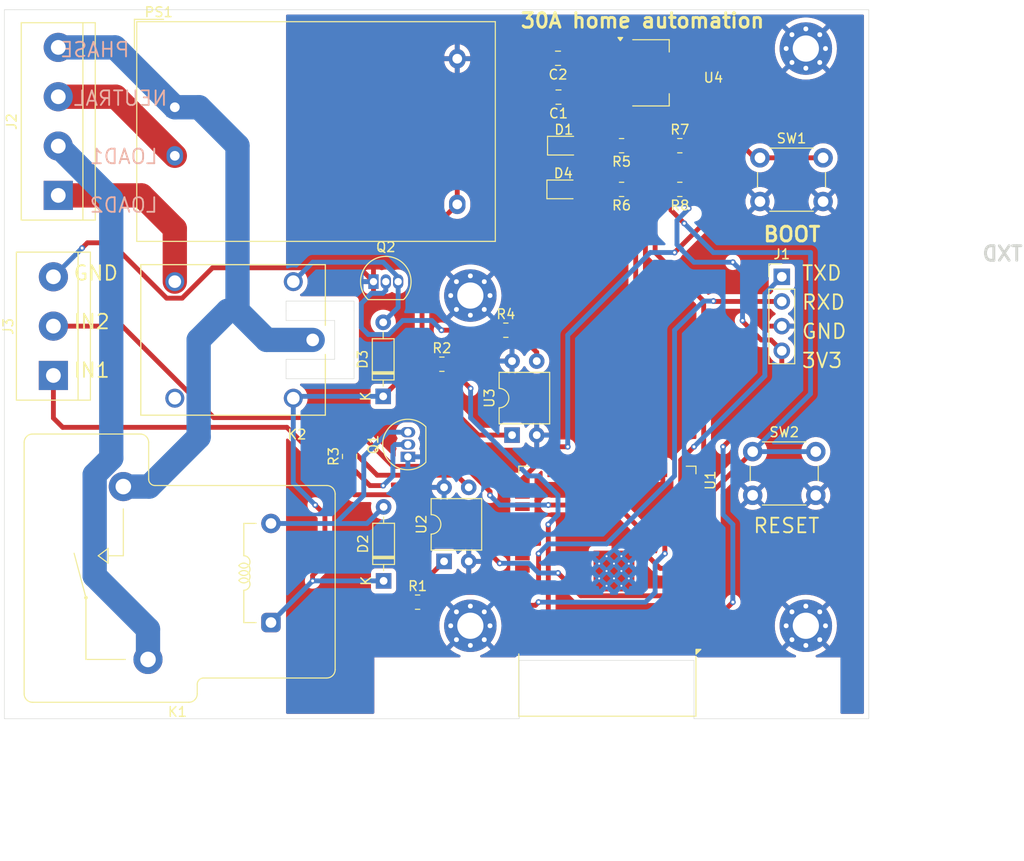
<source format=kicad_pcb>
(kicad_pcb (version 20240108) (generator "pcbnew") (generator_version "8.0")
  (layers (0 "F.Cu" signal) (31 "B.Cu" signal) (34 "B.Paste" user) (35 "F.Paste" user) (36 "B.SilkS" user "B.Silkscreen") (37 "F.SilkS" user "F.Silkscreen") (38 "B.Mask" user) (39 "F.Mask" user) (44 "Edge.Cuts" user))
  (net 0 "")
  (net 1 "GND")
  (net 2 "/5V")
  (net 3 "/3V3")
  (net 4 "Net-(D1-A)")
  (net 5 "Net-(D2-A)")
  (net 6 "Net-(D3-A)")
  (net 7 "Net-(D4-A)")
  (net 8 "/TXD")
  (net 9 "/RXD")
  (net 10 "/L1")
  (net 11 "/P")
  (net 12 "/L2")
  (net 13 "/N")
  (net 14 "/IN2")
  (net 15 "/IN1")
  (net 17 "Net-(Q1-B)")
  (net 18 "Net-(Q2-B)")
  (net 19 "/R1")
  (net 20 "Net-(R1-Pad1)")
  (net 21 "Net-(R2-Pad1)")
  (net 22 "/R2")
  (net 23 "Net-(R3-Pad2)")
  (net 24 "Net-(R4-Pad2)")
  (net 25 "/LED1")
  (net 26 "/LED2")
  (net 27 "/BOOT")
  (net 28 "/EN")
  (footprint "Button_Switch_THT:SW_PUSH_6mm" (layer "F.Cu") (at 177.043109 105.5)
    (property "Reference" "SW2" (at 3.25 -2 0) (layer "F.SilkS"))
    (property "Value" "SW_Push")
    (pad "1" thru_hole circle (at 0 0 90) (size 2 2) (drill 1.1) (layers "*.Cu" "*.Mask") (net 28 "/EN"))
    (pad "1" thru_hole circle (at 6.5 0 90) (size 2 2) (drill 1.1) (layers "*.Cu" "*.Mask") (net 28 "/EN"))
    (pad "2" thru_hole circle (at 0 4.5 90) (size 2 2) (drill 1.1) (layers "*.Cu" "*.Mask") (net 1 "GND"))
    (pad "2" thru_hole circle (at 6.5 4.5 90) (size 2 2) (drill 1.1) (layers "*.Cu" "*.Mask") (net 1 "GND"))
  )
  (footprint "Connector_PinHeader_2.54mm:PinHeader_1x04_P2.54mm_Vertical" (layer "F.Cu") (at 180.043109 87.5)
    (property "Reference" "J1" (at 0 -2.33 0) (layer "F.SilkS"))
    (property "Value" "Conn_01x04_Pin")
    (pad "1" thru_hole rect (at 0 0) (size 1.7 1.7) (drill 1) (layers "*.Cu" "*.Mask") (net 8 "/TXD"))
    (pad "2" thru_hole oval (at 0 2.54) (size 1.7 1.7) (drill 1) (layers "*.Cu" "*.Mask") (net 9 "/RXD"))
    (pad "3" thru_hole oval (at 0 5.08) (size 1.7 1.7) (drill 1) (layers "*.Cu" "*.Mask") (net 1 "GND"))
    (pad "4" thru_hole oval (at 0 7.62) (size 1.7 1.7) (drill 1) (layers "*.Cu" "*.Mask") (net 3 "/3V3"))
  )
  (footprint "Resistor_SMD:R_0805_2012Metric" (layer "F.Cu") (at 163.543109 78.5 180)
    (property "Reference" "R6" (at 0 -1.65 0) (layer "F.SilkS"))
    (property "Value" "1K")
    (pad "1" smd roundrect (at -0.9125 0 180) (size 1.025 1.4) (layers "F.Cu" "F.Paste" "F.Mask") (roundrect_rratio 0.243902) (net 26 "/LED2"))
    (pad "2" smd roundrect (at 0.9125 0 180) (size 1.025 1.4) (layers "F.Cu" "F.Paste" "F.Mask") (roundrect_rratio 0.243902) (net 7 "Net-(D4-A)"))
  )
  (footprint "MountingHole:MountingHole_2.7mm_M2.5_Pad_Via" (layer "F.Cu") (at 147.975 123.431891)
    (property "Reference" "H4" (hide yes))
    (property "Value" "MountingHole_Pad")
    (pad "1" thru_hole circle (at -2.025 0) (size 0.8 0.8) (drill 0.5) (layers "*.Cu" "*.Mask") (net 1 "GND"))
    (pad "1" thru_hole circle (at -1.431891 -1.431891) (size 0.8 0.8) (drill 0.5) (layers "*.Cu" "*.Mask") (net 1 "GND"))
    (pad "1" thru_hole circle (at -1.431891 1.431891) (size 0.8 0.8) (drill 0.5) (layers "*.Cu" "*.Mask") (net 1 "GND"))
    (pad "1" thru_hole circle (at 0 -2.025) (size 0.8 0.8) (drill 0.5) (layers "*.Cu" "*.Mask") (net 1 "GND"))
    (pad "1" thru_hole circle (at 0 0) (size 5.4 5.4) (drill 2.7) (layers "*.Cu" "*.Mask") (net 1 "GND"))
    (pad "1" thru_hole circle (at 0 2.025) (size 0.8 0.8) (drill 0.5) (layers "*.Cu" "*.Mask") (net 1 "GND"))
    (pad "1" thru_hole circle (at 1.431891 -1.431891) (size 0.8 0.8) (drill 0.5) (layers "*.Cu" "*.Mask") (net 1 "GND"))
    (pad "1" thru_hole circle (at 1.431891 1.431891) (size 0.8 0.8) (drill 0.5) (layers "*.Cu" "*.Mask") (net 1 "GND"))
    (pad "1" thru_hole circle (at 2.025 0) (size 0.8 0.8) (drill 0.5) (layers "*.Cu" "*.Mask") (net 1 "GND"))
  )
  (footprint "LED_SMD:LED_0805_2012Metric" (layer "F.Cu") (at 157.605609 74)
    (property "Reference" "D1" (at 0 -1.65 0) (layer "F.SilkS"))
    (property "Value" "LED")
    (pad "1" smd roundrect (at -0.9375 0) (size 0.975 1.4) (layers "F.Cu" "F.Paste" "F.Mask") (net 1 "GND"))
    (pad "2" smd roundrect (at 0.9375 0) (size 0.975 1.4) (layers "F.Cu" "F.Paste" "F.Mask") (net 4 "Net-(D1-A)"))
  )
  (footprint "TerminalBlock:TerminalBlock_bornier-3_P5.08mm" (layer "F.Cu") (at 105.043109 97.66 90)
    (property "Reference" "J3" (at 5.05 -4.65 90) (layer "F.SilkS"))
    (property "Value" "Screw_Terminal_01x03")
    (pad "1" thru_hole rect (at 0 0 90) (size 3 3) (drill 1.52) (layers "*.Cu" "*.Mask") (net 15 "/IN1"))
    (pad "2" thru_hole circle (at 5.08 0 90) (size 3 3) (drill 1.52) (layers "*.Cu" "*.Mask") (net 14 "/IN2"))
    (pad "3" thru_hole circle (at 10.16 0 90) (size 3 3) (drill 1.52) (layers "*.Cu" "*.Mask") (net 1 "GND"))
  )
  (footprint "MountingHole:MountingHole_2.7mm_M2.5_Pad_Via" (layer "F.Cu") (at 182.518109 64)
    (property "Reference" "H1" (hide yes))
    (property "Value" "MountingHole_Pad")
    (pad "1" thru_hole circle (at -2.025 0) (size 0.8 0.8) (drill 0.5) (layers "*.Cu" "*.Mask") (net 1 "GND"))
    (pad "1" thru_hole circle (at -1.431891 -1.431891) (size 0.8 0.8) (drill 0.5) (layers "*.Cu" "*.Mask") (net 1 "GND"))
    (pad "1" thru_hole circle (at -1.431891 1.431891) (size 0.8 0.8) (drill 0.5) (layers "*.Cu" "*.Mask") (net 1 "GND"))
    (pad "1" thru_hole circle (at 0 -2.025) (size 0.8 0.8) (drill 0.5) (layers "*.Cu" "*.Mask") (net 1 "GND"))
    (pad "1" thru_hole circle (at 0 0) (size 5.4 5.4) (drill 2.7) (layers "*.Cu" "*.Mask") (net 1 "GND"))
    (pad "1" thru_hole circle (at 0 2.025) (size 0.8 0.8) (drill 0.5) (layers "*.Cu" "*.Mask") (net 1 "GND"))
    (pad "1" thru_hole circle (at 1.431891 -1.431891) (size 0.8 0.8) (drill 0.5) (layers "*.Cu" "*.Mask") (net 1 "GND"))
    (pad "1" thru_hole circle (at 1.431891 1.431891) (size 0.8 0.8) (drill 0.5) (layers "*.Cu" "*.Mask") (net 1 "GND"))
    (pad "1" thru_hole circle (at 2.025 0) (size 0.8 0.8) (drill 0.5) (layers "*.Cu" "*.Mask") (net 1 "GND"))
  )
  (footprint "PR13-5V-450-1C:RELAY_PR13-5V-450-1C" (layer "F.Cu") (at 123.543109 94 180)
    (property "Reference" "K2" (at -6.575 -9.735 0) (layer "F.SilkS"))
    (property "Value" "PR13-5V-450-1C")
    (pad "A1" thru_hole circle (at -6.2 -6 180) (size 1.95 1.95) (drill 1.3) (layers "*.Cu" "*.Mask") (net 2 "/5V"))
    (pad "A2" thru_hole circle (at -6.2 6 180) (size 1.95 1.95) (drill 1.3) (layers "*.Cu" "*.Mask") (net 6 "Net-(D3-A)"))
    (pad "COM" thru_hole circle (at -8.2 0 180) (size 1.95 1.95) (drill 1.3) (layers "*.Cu" "*.Mask") (net 11 "/P"))
    (pad "NC" thru_hole circle (at 6 -6 180) (size 1.95 1.95) (drill 1.3) (layers "*.Cu" "*.Mask"))
    (pad "NO" thru_hole circle (at 6 6 180) (size 1.95 1.95) (drill 1.3) (layers "*.Cu" "*.Mask") (net 12 "/L2"))
  )
  (footprint "Diode_THT:D_DO-35_SOD27_P7.62mm_Horizontal" (layer "F.Cu") (at 139 99.81 90)
    (property "Reference" "D3" (at 3.81 -2.12 90) (layer "F.SilkS"))
    (property "Value" "1N4148")
    (fp_text user "K" (at 0 -1.8 90) (layer "F.SilkS"))
    (pad "1" thru_hole rect (at 0 0 90) (size 1.6 1.6) (drill 0.8) (layers "*.Cu" "*.Mask") (net 2 "/5V"))
    (pad "2" thru_hole oval (at 7.62 0 90) (size 1.6 1.6) (drill 0.8) (layers "*.Cu" "*.Mask") (net 6 "Net-(D3-A)"))
  )
  (footprint "Relay_THT:Relay_SPST_RAYEX-L90AS" (layer "F.Cu") (at 129.983109 118 180)
    (property "Reference" "K1" (at 12.1666 -14.3 0) (layer "F.SilkS"))
    (property "Value" "RAYEX-L90AS")
    (pad "13" thru_hole circle (at 15.2 -8.9) (size 3 3) (drill 1.6) (layers "*.Cu" "*.Mask") (net 10 "/L1"))
    (pad "14" thru_hole circle (at 17.74 8.9) (size 3 3) (drill 1.6) (layers "*.Cu" "*.Mask") (net 11 "/P"))
    (pad "A1" thru_hole roundrect (at 2.54 -5.1) (size 2 2) (drill 1.1) (layers "*.Cu" "*.Mask") (net 2 "/5V"))
    (pad "A2" thru_hole circle (at 2.54 5.1) (size 2 2) (drill 1.1) (layers "*.Cu" "*.Mask") (net 5 "Net-(D2-A)"))
  )
  (footprint "Button_Switch_THT:SW_PUSH_6mm" (layer "F.Cu") (at 177.793109 75.25)
    (property "Reference" "SW1" (at 3.25 -2 0) (layer "F.SilkS"))
    (property "Value" "SW_Push")
    (pad "1" thru_hole circle (at 0 0 90) (size 2 2) (drill 1.1) (layers "*.Cu" "*.Mask") (net 27 "/BOOT"))
    (pad "1" thru_hole circle (at 6.5 0 90) (size 2 2) (drill 1.1) (layers "*.Cu" "*.Mask") (net 27 "/BOOT"))
    (pad "2" thru_hole circle (at 0 4.5 90) (size 2 2) (drill 1.1) (layers "*.Cu" "*.Mask") (net 1 "GND"))
    (pad "2" thru_hole circle (at 6.5 4.5 90) (size 2 2) (drill 1.1) (layers "*.Cu" "*.Mask") (net 1 "GND"))
  )
  (footprint "MountingHole:MountingHole_2.7mm_M2.5_Pad_Via" (layer "F.Cu") (at 147.975 89.431891)
    (property "Reference" "H3" (hide yes))
    (property "Value" "MountingHole_Pad")
    (pad "1" thru_hole circle (at -2.025 0) (size 0.8 0.8) (drill 0.5) (layers "*.Cu" "*.Mask") (net 1 "GND"))
    (pad "1" thru_hole circle (at -1.431891 -1.431891) (size 0.8 0.8) (drill 0.5) (layers "*.Cu" "*.Mask") (net 1 "GND"))
    (pad "1" thru_hole circle (at -1.431891 1.431891) (size 0.8 0.8) (drill 0.5) (layers "*.Cu" "*.Mask") (net 1 "GND"))
    (pad "1" thru_hole circle (at 0 -2.025) (size 0.8 0.8) (drill 0.5) (layers "*.Cu" "*.Mask") (net 1 "GND"))
    (pad "1" thru_hole circle (at 0 0) (size 5.4 5.4) (drill 2.7) (layers "*.Cu" "*.Mask") (net 1 "GND"))
    (pad "1" thru_hole circle (at 0 2.025) (size 0.8 0.8) (drill 0.5) (layers "*.Cu" "*.Mask") (net 1 "GND"))
    (pad "1" thru_hole circle (at 1.431891 -1.431891) (size 0.8 0.8) (drill 0.5) (layers "*.Cu" "*.Mask") (net 1 "GND"))
    (pad "1" thru_hole circle (at 1.431891 1.431891) (size 0.8 0.8) (drill 0.5) (layers "*.Cu" "*.Mask") (net 1 "GND"))
    (pad "1" thru_hole circle (at 2.025 0) (size 0.8 0.8) (drill 0.5) (layers "*.Cu" "*.Mask") (net 1 "GND"))
  )
  (footprint "TerminalBlock:TerminalBlock_bornier-4_P5.08mm" (layer "F.Cu") (at 105.543109 79.12 90)
    (property "Reference" "J2" (at 7.6 -4.8 90) (layer "F.SilkS"))
    (property "Value" "Screw_Terminal_01x04")
    (pad "1" thru_hole rect (at 0 0 90) (size 3 3) (drill 1.52) (layers "*.Cu" "*.Mask") (net 12 "/L2"))
    (pad "2" thru_hole circle (at 5.08 0 90) (size 3 3) (drill 1.52) (layers "*.Cu" "*.Mask") (net 10 "/L1"))
    (pad "3" thru_hole circle (at 10.16 0 90) (size 3 3) (drill 1.52) (layers "*.Cu" "*.Mask") (net 13 "/N"))
    (pad "4" thru_hole circle (at 15.24 0 90) (size 3 3) (drill 1.52) (layers "*.Cu" "*.Mask") (net 11 "/P"))
  )
  (footprint "Converter_ACDC:Converter_ACDC_Hi-Link_HLK-PMxx" (layer "F.Cu") (at 117.545609 70.0425)
    (property "Reference" "PS1" (at -1.66 -9.79 0) (layer "F.SilkS"))
    (property "Value" "HLK-PM01")
    (pad "1" thru_hole rect (at 0 0) (size 1.7 2) (drill 1) (layers "*.Cu" "*.Mask") (net 11 "/P"))
    (pad "2" thru_hole oval (at 0 5) (size 1.7 2) (drill 1) (layers "*.Cu" "*.Mask") (net 13 "/N"))
    (pad "3" thru_hole oval (at 29.08 -5) (size 1.7 2) (drill 1) (layers "*.Cu" "*.Mask") (net 1 "GND"))
    (pad "4" thru_hole oval (at 29.08 10) (size 1.7 2) (drill 1) (layers "*.Cu" "*.Mask") (net 2 "/5V"))
  )
  (footprint "Package_TO_SOT_THT:TO-92_Inline" (layer "F.Cu") (at 141.543109 106.04 90)
    (property "Reference" "Q1" (at 1.27 -3.56 90) (layer "F.SilkS"))
    (property "Value" "S8050")
    (pad "1" thru_hole rect (at 0 0 90) (size 1.05 1.5) (drill 0.75) (layers "*.Cu" "*.Mask") (net 1 "GND"))
    (pad "2" thru_hole oval (at 1.27 0 90) (size 1.05 1.5) (drill 0.75) (layers "*.Cu" "*.Mask") (net 17 "Net-(Q1-B)"))
    (pad "3" thru_hole oval (at 2.54 0 90) (size 1.05 1.5) (drill 0.75) (layers "*.Cu" "*.Mask") (net 5 "Net-(D2-A)"))
  )
  (footprint "Package_DIP:DIP-4_W7.62mm" (layer "F.Cu") (at 145.268109 116.8 90)
    (property "Reference" "U2" (at 3.81 -2.33 90) (layer "F.SilkS"))
    (property "Value" "PC817")
    (pad "1" thru_hole rect (at 0 0 90) (size 1.6 1.6) (drill 0.8) (layers "*.Cu" "*.Mask") (net 20 "Net-(R1-Pad1)"))
    (pad "2" thru_hole oval (at 0 2.54 90) (size 1.6 1.6) (drill 0.8) (layers "*.Cu" "*.Mask") (net 1 "GND"))
    (pad "3" thru_hole oval (at 7.62 2.54 90) (size 1.6 1.6) (drill 0.8) (layers "*.Cu" "*.Mask") (net 23 "Net-(R3-Pad2)"))
    (pad "4" thru_hole oval (at 7.62 0 90) (size 1.6 1.6) (drill 0.8) (layers "*.Cu" "*.Mask") (net 1 "GND"))
  )
  (footprint "Package_TO_SOT_THT:TO-92_Inline" (layer "F.Cu") (at 138 88)
    (property "Reference" "Q2" (at 1.27 -3.56 0) (layer "F.SilkS"))
    (property "Value" "S8050")
    (pad "1" thru_hole rect (at 0 0) (size 1.05 1.5) (drill 0.75) (layers "*.Cu" "*.Mask") (net 1 "GND"))
    (pad "2" thru_hole oval (at 1.27 0) (size 1.05 1.5) (drill 0.75) (layers "*.Cu" "*.Mask") (net 18 "Net-(Q2-B)"))
    (pad "3" thru_hole oval (at 2.54 0) (size 1.05 1.5) (drill 0.75) (layers "*.Cu" "*.Mask") (net 6 "Net-(D3-A)"))
  )
  (footprint "Resistor_SMD:R_0805_2012Metric" (layer "F.Cu") (at 151.630609 93)
    (property "Reference" "R4" (at 0 -1.65 0) (layer "F.SilkS"))
    (property "Value" "1K")
    (pad "1" smd roundrect (at -0.9125 0) (size 1.025 1.4) (layers "F.Cu" "F.Paste" "F.Mask") (roundrect_rratio 0.243902) (net 18 "Net-(Q2-B)"))
    (pad "2" smd roundrect (at 0.9125 0) (size 1.025 1.4) (layers "F.Cu" "F.Paste" "F.Mask") (roundrect_rratio 0.243902) (net 24 "Net-(R4-Pad2)"))
  )
  (footprint "Resistor_SMD:R_0805_2012Metric" (layer "F.Cu") (at 135.543109 106 90)
    (property "Reference" "R3" (at 0 -1.65 90) (layer "F.SilkS"))
    (property "Value" "1K")
    (pad "1" smd roundrect (at -0.9125 0 90) (size 1.025 1.4) (layers "F.Cu" "F.Paste" "F.Mask") (roundrect_rratio 0.243902) (net 17 "Net-(Q1-B)"))
    (pad "2" smd roundrect (at 0.9125 0 90) (size 1.025 1.4) (layers "F.Cu" "F.Paste" "F.Mask") (roundrect_rratio 0.243902) (net 23 "Net-(R3-Pad2)"))
  )
  (footprint "Resistor_SMD:R_0805_2012Metric" (layer "F.Cu") (at 163.543109 74 180)
    (property "Reference" "R5" (at 0 -1.65 0) (layer "F.SilkS"))
    (property "Value" "1K")
    (pad "1" smd roundrect (at -0.9125 0 180) (size 1.025 1.4) (layers "F.Cu" "F.Paste" "F.Mask") (roundrect_rratio 0.243902) (net 25 "/LED1"))
    (pad "2" smd roundrect (at 0.9125 0 180) (size 1.025 1.4) (layers "F.Cu" "F.Paste" "F.Mask") (roundrect_rratio 0.243902) (net 4 "Net-(D1-A)"))
  )
  (footprint "Resistor_SMD:R_0805_2012Metric" (layer "F.Cu") (at 145.043109 96.5)
    (property "Reference" "R2" (at 0 -1.65 0) (layer "F.SilkS"))
    (property "Value" "1K")
    (pad "1" smd roundrect (at -0.9125 0) (size 1.025 1.4) (layers "F.Cu" "F.Paste" "F.Mask") (roundrect_rratio 0.243902) (net 21 "Net-(R2-Pad1)"))
    (pad "2" smd roundrect (at 0.9125 0) (size 1.025 1.4) (layers "F.Cu" "F.Paste" "F.Mask") (roundrect_rratio 0.243902) (net 22 "/R2"))
  )
  (footprint "Package_TO_SOT_SMD:SOT-223-3_TabPin2" (layer "F.Cu") (at 166.543109 66.5)
    (property "Reference" "U4" (at 6.456891 0.5 0) (layer "F.SilkS"))
    (property "Value" "AMS1117-3.3")
    (pad "1" smd roundrect (at -3.15 -2.3) (size 2 1.5) (layers "F.Cu" "F.Paste" "F.Mask") (net 1 "GND"))
    (pad "2" smd roundrect (at -3.15 0) (size 2 1.5) (layers "F.Cu" "F.Paste" "F.Mask") (net 3 "/3V3"))
    (pad "2" smd roundrect (at 3.15 0) (size 2 3.8) (layers "F.Cu" "F.Paste" "F.Mask") (net 3 "/3V3"))
    (pad "3" smd roundrect (at -3.15 2.3) (size 2 1.5) (layers "F.Cu" "F.Paste" "F.Mask") (net 2 "/5V"))
  )
  (footprint "Capacitor_SMD:C_0805_2012Metric" (layer "F.Cu") (at 157 65 180)
    (property "Reference" "C2" (at 0 -1.68 0) (layer "F.SilkS"))
    (property "Value" "22uF")
    (pad "1" smd roundrect (at -0.95 0 180) (size 1 1.45) (layers "F.Cu" "F.Paste" "F.Mask") (net 3 "/3V3"))
    (pad "2" smd roundrect (at 0.95 0 180) (size 1 1.45) (layers "F.Cu" "F.Paste" "F.Mask") (net 1 "GND"))
  )
  (footprint "LED_SMD:LED_0805_2012Metric" (layer "F.Cu") (at 157.543109 78.5)
    (property "Reference" "D4" (at 0 -1.65 0) (layer "F.SilkS"))
    (property "Value" "LED")
    (pad "1" smd roundrect (at -0.9375 0) (size 0.975 1.4) (layers "F.Cu" "F.Paste" "F.Mask") (net 1 "GND"))
    (pad "2" smd roundrect (at 0.9375 0) (size 0.975 1.4) (layers "F.Cu" "F.Paste" "F.Mask") (net 7 "Net-(D4-A)"))
  )
  (footprint "Resistor_SMD:R_0805_2012Metric" (layer "F.Cu") (at 169.543109 74)
    (property "Reference" "R7" (at 0 -1.65 0) (layer "F.SilkS"))
    (property "Value" "10K")
    (pad "1" smd roundrect (at -0.9125 0) (size 1.025 1.4) (layers "F.Cu" "F.Paste" "F.Mask") (roundrect_rratio 0.243902) (net 3 "/3V3"))
    (pad "2" smd roundrect (at 0.9125 0) (size 1.025 1.4) (layers "F.Cu" "F.Paste" "F.Mask") (roundrect_rratio 0.243902) (net 27 "/BOOT"))
  )
  (footprint "Resistor_SMD:R_0805_2012Metric" (layer "F.Cu") (at 169.543109 78.5 180)
    (property "Reference" "R8" (at 0 -1.65 0) (layer "F.SilkS"))
    (property "Value" "10K")
    (pad "1" smd roundrect (at -0.9125 0 180) (size 1.025 1.4) (layers "F.Cu" "F.Paste" "F.Mask") (roundrect_rratio 0.243902) (net 3 "/3V3"))
    (pad "2" smd roundrect (at 0.9125 0 180) (size 1.025 1.4) (layers "F.Cu" "F.Paste" "F.Mask") (roundrect_rratio 0.243902) (net 28 "/EN"))
  )
  (footprint "Package_DIP:DIP-4_W7.62mm" (layer "F.Cu") (at 152.268109 103.8 90)
    (property "Reference" "U3" (at 3.81 -2.33 90) (layer "F.SilkS"))
    (property "Value" "PC817")
    (pad "1" thru_hole rect (at 0 0 90) (size 1.6 1.6) (drill 0.8) (layers "*.Cu" "*.Mask") (net 21 "Net-(R2-Pad1)"))
    (pad "2" thru_hole oval (at 0 2.54 90) (size 1.6 1.6) (drill 0.8) (layers "*.Cu" "*.Mask") (net 1 "GND"))
    (pad "3" thru_hole oval (at 7.62 2.54 90) (size 1.6 1.6) (drill 0.8) (layers "*.Cu" "*.Mask") (net 24 "Net-(R4-Pad2)"))
    (pad "4" thru_hole oval (at 7.62 0 90) (size 1.6 1.6) (drill 0.8) (layers "*.Cu" "*.Mask") (net 1 "GND"))
  )
  (footprint "MountingHole:MountingHole_2.7mm_M2.5_Pad_Via" (layer "F.Cu") (at 182.518109 123.431891)
    (property "Reference" "H2" (hide yes))
    (property "Value" "MountingHole_Pad")
    (pad "1" thru_hole circle (at -2.025 0) (size 0.8 0.8) (drill 0.5) (layers "*.Cu" "*.Mask") (net 1 "GND"))
    (pad "1" thru_hole circle (at -1.431891 -1.431891) (size 0.8 0.8) (drill 0.5) (layers "*.Cu" "*.Mask") (net 1 "GND"))
    (pad "1" thru_hole circle (at -1.431891 1.431891) (size 0.8 0.8) (drill 0.5) (layers "*.Cu" "*.Mask") (net 1 "GND"))
    (pad "1" thru_hole circle (at 0 -2.025) (size 0.8 0.8) (drill 0.5) (layers "*.Cu" "*.Mask") (net 1 "GND"))
    (pad "1" thru_hole circle (at 0 0) (size 5.4 5.4) (drill 2.7) (layers "*.Cu" "*.Mask") (net 1 "GND"))
    (pad "1" thru_hole circle (at 0 2.025) (size 0.8 0.8) (drill 0.5) (layers "*.Cu" "*.Mask") (net 1 "GND"))
    (pad "1" thru_hole circle (at 1.431891 -1.431891) (size 0.8 0.8) (drill 0.5) (layers "*.Cu" "*.Mask") (net 1 "GND"))
    (pad "1" thru_hole circle (at 1.431891 1.431891) (size 0.8 0.8) (drill 0.5) (layers "*.Cu" "*.Mask") (net 1 "GND"))
    (pad "1" thru_hole circle (at 2.025 0) (size 0.8 0.8) (drill 0.5) (layers "*.Cu" "*.Mask") (net 1 "GND"))
  )
  (footprint "Diode_THT:D_DO-35_SOD27_P7.62mm_Horizontal" (layer "F.Cu") (at 139.043109 118.81 90)
    (property "Reference" "D2" (at 3.81 -2.12 90) (layer "F.SilkS"))
    (property "Value" "1N4148")
    (fp_text user "K" (at 0 -1.8 90) (layer "F.SilkS"))
    (pad "1" thru_hole rect (at 0 0 90) (size 1.6 1.6) (drill 0.8) (layers "*.Cu" "*.Mask") (net 2 "/5V"))
    (pad "2" thru_hole oval (at 7.62 0 90) (size 1.6 1.6) (drill 0.8) (layers "*.Cu" "*.Mask") (net 5 "Net-(D2-A)"))
  )
  (footprint "Resistor_SMD:R_0805_2012Metric" (layer "F.Cu") (at 142.543109 121)
    (property "Reference" "R1" (at 0 -1.65 0) (layer "F.SilkS"))
    (property "Value" "1K")
    (pad "1" smd roundrect (at -0.9125 0) (size 1.025 1.4) (layers "F.Cu" "F.Paste" "F.Mask") (roundrect_rratio 0.243902) (net 20 "Net-(R1-Pad1)"))
    (pad "2" smd roundrect (at 0.9125 0) (size 1.025 1.4) (layers "F.Cu" "F.Paste" "F.Mask") (roundrect_rratio 0.243902) (net 19 "/R1"))
  )
  (footprint "RF_Module:ESP32-WROOM-32" (layer "F.Cu") (at 162.0825 116.885 180)
    (property "Reference" "U1" (at -10.61 8.43 90) (layer "F.SilkS"))
    (property "Value" "ESP32-WROOM-32")
    (pad "1" smd rect (at -8.75 -8.25 180) (size 1.5 0.9) (layers "F.Cu" "F.Paste" "F.Mask") (net 1 "GND"))
    (pad "2" smd rect (at -8.75 -6.98 180) (size 1.5 0.9) (layers "F.Cu" "F.Paste" "F.Mask") (net 3 "/3V3"))
    (pad "3" smd rect (at -8.75 -5.71 180) (size 1.5 0.9) (layers "F.Cu" "F.Paste" "F.Mask") (net 28 "/EN"))
    (pad "4" smd rect (at -8.75 -4.44 180) (size 1.5 0.9) (layers "F.Cu" "F.Paste" "F.Mask"))
    (pad "5" smd rect (at -8.75 -3.17 180) (size 1.5 0.9) (layers "F.Cu" "F.Paste" "F.Mask"))
    (pad "6" smd rect (at -8.75 -1.9 180) (size 1.5 0.9) (layers "F.Cu" "F.Paste" "F.Mask") (net 15 "/IN1"))
    (pad "7" smd rect (at -8.75 -0.63 180) (size 1.5 0.9) (layers "F.Cu" "F.Paste" "F.Mask") (net 14 "/IN2"))
    (pad "8" smd rect (at -8.75 0.64 180) (size 1.5 0.9) (layers "F.Cu" "F.Paste" "F.Mask"))
    (pad "9" smd rect (at -8.75 1.91 180) (size 1.5 0.9) (layers "F.Cu" "F.Paste" "F.Mask"))
    (pad "10" smd rect (at -8.75 3.18 180) (size 1.5 0.9) (layers "F.Cu" "F.Paste" "F.Mask"))
    (pad "11" smd rect (at -8.75 4.45 180) (size 1.5 0.9) (layers "F.Cu" "F.Paste" "F.Mask"))
    (pad "12" smd rect (at -8.75 5.72 180) (size 1.5 0.9) (layers "F.Cu" "F.Paste" "F.Mask"))
    (pad "13" smd rect (at -8.75 6.99 180) (size 1.5 0.9) (layers "F.Cu" "F.Paste" "F.Mask"))
    (pad "14" smd rect (at -8.75 8.26 180) (size 1.5 0.9) (layers "F.Cu" "F.Paste" "F.Mask") (net 25 "/LED1"))
    (pad "15" smd rect (at -5.71 9.51 270) (size 1.5 0.9) (layers "F.Cu" "F.Paste" "F.Mask") (net 1 "GND"))
    (pad "16" smd rect (at -4.44 9.51 270) (size 1.5 0.9) (layers "F.Cu" "F.Paste" "F.Mask") (net 26 "/LED2"))
    (pad "17" smd rect (at -3.17 9.51 270) (size 1.5 0.9) (layers "F.Cu" "F.Paste" "F.Mask"))
    (pad "18" smd rect (at -1.9 9.51 270) (size 1.5 0.9) (layers "F.Cu" "F.Paste" "F.Mask"))
    (pad "19" smd rect (at -0.63 9.51 270) (size 1.5 0.9) (layers "F.Cu" "F.Paste" "F.Mask"))
    (pad "20" smd rect (at 0.64 9.51 270) (size 1.5 0.9) (layers "F.Cu" "F.Paste" "F.Mask"))
    (pad "21" smd rect (at 1.91 9.51 270) (size 1.5 0.9) (layers "F.Cu" "F.Paste" "F.Mask"))
    (pad "22" smd rect (at 3.18 9.51 270) (size 1.5 0.9) (layers "F.Cu" "F.Paste" "F.Mask"))
    (pad "23" smd rect (at 4.45 9.51 270) (size 1.5 0.9) (layers "F.Cu" "F.Paste" "F.Mask"))
    (pad "24" smd rect (at 5.72 9.51 270) (size 1.5 0.9) (layers "F.Cu" "F.Paste" "F.Mask"))
    (pad "25" smd rect (at 8.75 8.26 180) (size 1.5 0.9) (layers "F.Cu" "F.Paste" "F.Mask") (net 27 "/BOOT"))
    (pad "26" smd rect (at 8.75 6.99 180) (size 1.5 0.9) (layers "F.Cu" "F.Paste" "F.Mask"))
    (pad "27" smd rect (at 8.75 5.72 180) (size 1.5 0.9) (layers "F.Cu" "F.Paste" "F.Mask"))
    (pad "28" smd rect (at 8.75 4.45 180) (size 1.5 0.9) (layers "F.Cu" "F.Paste" "F.Mask"))
    (pad "29" smd rect (at 8.75 3.18 180) (size 1.5 0.9) (layers "F.Cu" "F.Paste" "F.Mask"))
    (pad "30" smd rect (at 8.75 1.91 180) (size 1.5 0.9) (layers "F.Cu" "F.Paste" "F.Mask"))
    (pad "31" smd rect (at 8.75 0.64 180) (size 1.5 0.9) (layers "F.Cu" "F.Paste" "F.Mask"))
    (pad "32" smd rect (at 8.75 -0.63 180) (size 1.5 0.9) (layers "F.Cu" "F.Paste" "F.Mask"))
    (pad "33" smd rect (at 8.75 -1.9 180) (size 1.5 0.9) (layers "F.Cu" "F.Paste" "F.Mask"))
    (pad "34" smd rect (at 8.75 -3.17 180) (size 1.5 0.9) (layers "F.Cu" "F.Paste" "F.Mask") (net 9 "/RXD"))
    (pad "35" smd rect (at 8.75 -4.44 180) (size 1.5 0.9) (layers "F.Cu" "F.Paste" "F.Mask") (net 8 "/TXD"))
    (pad "36" smd rect (at 8.75 -5.71 180) (size 1.5 0.9) (layers "F.Cu" "F.Paste" "F.Mask") (net 19 "/R1"))
    (pad "37" smd rect (at 8.75 -6.98 180) (size 1.5 0.9) (layers "F.Cu" "F.Paste" "F.Mask") (net 22 "/R2"))
    (pad "38" smd rect (at 8.75 -8.25 180) (size 1.5 0.9) (layers "F.Cu" "F.Paste" "F.Mask") (net 1 "GND"))
    (pad "39" smd rect (at -2.205 -2.435 180) (size 1.05 1.05) (layers "F.Cu" "F.Paste") (net 1 "GND"))
    (pad "39" thru_hole circle (at -2.205 -1.6725 180) (size 0.6 0.6) (drill 0.2) (property pad_prop_heatsink) (layers "*.Cu" "F.Mask") (net 1 "GND"))
    (pad "39" smd rect (at -2.205 -0.91 180) (size 1.05 1.05) (layers "F.Cu" "F.Paste") (net 1 "GND"))
    (pad "39" thru_hole circle (at -2.205 -0.1475 180) (size 0.6 0.6) (drill 0.2) (property pad_prop_heatsink) (layers "*.Cu" "F.Mask") (net 1 "GND"))
    (pad "39" smd rect (at -2.205 0.615 180) (size 1.05 1.05) (layers "F.Cu" "F.Paste") (net 1 "GND"))
    (pad "39" thru_hole circle (at -1.4425 -2.435 180) (size 0.6 0.6) (drill 0.2) (property pad_prop_heatsink) (layers "*.Cu" "F.Mask") (net 1 "GND"))
    (pad "39" thru_hole circle (at -1.4425 -0.91 180) (size 0.6 0.6) (drill 0.2) (property pad_prop_heatsink) (layers "*.Cu" "F.Mask") (net 1 "GND"))
    (pad "39" thru_hole circle (at -1.4425 0.615 180) (size 0.6 0.6) (drill 0.2) (property pad_prop_heatsink) (layers "*.Cu" "F.Mask") (net 1 "GND"))
    (pad "39" smd rect (at -0.68 -2.435 180) (size 1.05 1.05) (layers "F.Cu" "F.Paste") (net 1 "GND"))
    (pad "39" thru_hole circle (at -0.68 -1.6725 180) (size 0.6 0.6) (drill 0.2) (property pad_prop_heatsink) (layers "*.Cu" "F.Mask") (net 1 "GND"))
    (pad "39" smd rect (at -0.68 -0.91 180) (size 1.05 1.05) (layers "F.Cu" "F.Paste") (net 1 "GND"))
    (pad "39" smd rect (at -0.68 -0.91 180) (size 4.2 4.2) (layers "F.Cu" "F.Mask") (net 1 "GND"))
    (pad "39" thru_hole circle (at -0.68 -0.1475 180) (size 0.6 0.6) (drill 0.2) (property pad_prop_heatsink) (layers "*.Cu" "F.Mask") (net 1 "GND"))
    (pad "39" smd rect (at -0.68 0.615 180) (size 1.05 1.05) (layers "F.Cu" "F.Paste") (net 1 "GND"))
    (pad "39" thru_hole circle (at 0.0825 -2.435 180) (size 0.6 0.6) (drill 0.2) (property pad_prop_heatsink) (layers "*.Cu" "F.Mask") (net 1 "GND"))
    (pad "39" thru_hole circle (at 0.0825 -0.91 180) (size 0.6 0.6) (drill 0.2) (property pad_prop_heatsink) (layers "*.Cu" "F.Mask") (net 1 "GND"))
    (pad "39" thru_hole circle (at 0.0825 0.615 180) (size 0.6 0.6) (drill 0.2) (property pad_prop_heatsink) (layers "*.Cu" "F.Mask") (net 1 "GND"))
    (pad "39" smd rect (at 0.845 -2.435 180) (size 1.05 1.05) (layers "F.Cu" "F.Paste") (net 1 "GND"))
    (pad "39" thru_hole circle (at 0.845 -1.6725 180) (size 0.6 0.6) (drill 0.2) (property pad_prop_heatsink) (layers "*.Cu" "F.Mask") (net 1 "GND"))
    (pad "39" smd rect (at 0.845 -0.91 180) (size 1.05 1.05) (layers "F.Cu" "F.Paste") (net 1 "GND"))
    (pad "39" thru_hole circle (at 0.845 -0.1475 180) (size 0.6 0.6) (drill 0.2) (property pad_prop_heatsink) (layers "*.Cu" "F.Mask") (net 1 "GND"))
    (pad "39" smd rect (at 0.845 0.615 180) (size 1.05 1.05) (layers "F.Cu" "F.Paste") (net 1 "GND"))
    (zone (net 0) (net_name "") (layers "F.Cu" "In1.Cu" "B.Cu") (connect_pads (clearance 0)) (min_thickness 0.254)
      (keepout (tracks not_allowed) (vias not_allowed) (pads not_allowed) (copperpour not_allowed) (footprints not_allowed))
      (fill (thermal_gap 0.508) (thermal_bridge_width 0.508))
      (polygon (pts (xy 186.0825 126.685) (xy 138.0825 126.685) (xy 138.0825 147.625) (xy 186.0825 147.625)))
    )
  )
  (footprint "Capacitor_SMD:C_0805_2012Metric" (layer "F.Cu") (at 157.05 69 180)
    (property "Reference" "C1" (at 0 -1.68 0) (layer "F.SilkS"))
    (property "Value" "10uF")
    (pad "1" smd roundrect (at -0.95 0 180) (size 1 1.45) (layers "F.Cu" "F.Paste" "F.Mask") (net 2 "/5V"))
    (pad "2" smd roundrect (at 0.95 0 180) (size 1 1.45) (layers "F.Cu" "F.Paste" "F.Mask") (net 1 "GND"))
  )
  (gr_line (start 135 98) (end 136 98) (stroke (width 0.05)) (layer "Edge.Cuts"))
  (gr_line (start 100 60) (end 101 60) (stroke (width 0.05)) (layer "Edge.Cuts"))
  (gr_line (start 189 133) (end 171 133) (stroke (width 0.05)) (layer "Edge.Cuts"))
  (gr_line (start 136 98) (end 136 91) (stroke (width 0.05)) (layer "Edge.Cuts"))
  (gr_line (start 129 91) (end 129 92) (stroke (width 0.05)) (layer "Edge.Cuts"))
  (gr_line (start 189 60) (end 189 133) (stroke (width 0.05)) (layer "Edge.Cuts"))
  (gr_line (start 129 98) (end 135 98) (stroke (width 0.05)) (layer "Edge.Cuts"))
  (gr_line (start 136 90) (end 136 91) (stroke (width 0.05)) (layer "Edge.Cuts"))
  (gr_line (start 134 92) (end 134 96) (stroke (width 0.05)) (layer "Edge.Cuts"))
  (gr_line (start 129 90) (end 136 90) (stroke (width 0.05)) (layer "Edge.Cuts"))
  (gr_line (start 129 91) (end 129 90) (stroke (width 0.05)) (layer "Edge.Cuts"))
  (gr_line (start 101 60) (end 186 60) (stroke (width 0.05)) (layer "Edge.Cuts"))
  (gr_line (start 129 96) (end 129 98) (stroke (width 0.05)) (layer "Edge.Cuts"))
  (gr_line (start 186 60) (end 189 60) (stroke (width 0.05)) (layer "Edge.Cuts"))
  (gr_line (start 100 133) (end 100 60) (stroke (width 0.05)) (layer "Edge.Cuts"))
  (gr_line (start 153 133) (end 100 133) (stroke (width 0.05)) (layer "Edge.Cuts"))
  (gr_line (start 153 127) (end 153 133) (stroke (width 0.05)) (layer "Edge.Cuts"))
  (gr_line (start 171 133) (end 171 127) (stroke (width 0.05)) (layer "Edge.Cuts"))
  (gr_line (start 171 127) (end 153 127) (stroke (width 0.05)) (layer "Edge.Cuts"))
  (gr_line (start 134 96) (end 129 96) (stroke (width 0.05)) (layer "Edge.Cuts"))
  (gr_line (start 129 92) (end 134 92) (stroke (width 0.05)) (layer "Edge.Cuts"))
  (gr_text "LOAD2\n" (at 115.905358 81 -0) (layer "B.SilkS") (effects (font (size 1.5 1.5) (thickness 0.1875)) (justify left bottom mirror)))
  (gr_text "PHASE" (at 113 65 -0) (layer "B.SilkS") (effects (font (size 1.5 1.5) (thickness 0.1875)) (justify left bottom mirror)))
  (gr_text "LOAD1\n" (at 115.905358 76 -0) (layer "B.SilkS") (effects (font (size 1.5 1.5) (thickness 0.1875)) (justify left bottom mirror)))
  (gr_text "NEUTRAL" (at 116.905358 70 -0) (layer "B.SilkS") (effects (font (size 1.5 1.5) (thickness 0.1875)) (justify left bottom mirror)))
  (gr_text "GND" (at 107 88 0) (layer "F.SilkS") (effects (font (size 1.5 1.5) (thickness 0.1875)) (justify left bottom)))
  (gr_text "RXD" (at 182 91 0) (layer "F.SilkS") (effects (font (size 1.5 1.5) (thickness 0.1875)) (justify left bottom)))
  (gr_text "BOOT" (at 178 84 0) (layer "F.SilkS") (effects (font (size 1.5 1.5) (thickness 0.3) (bold yes)) (justify left bottom)))
  (gr_text "GND" (at 182 94 0) (layer "F.SilkS") (effects (font (size 1.5 1.5) (thickness 0.1875)) (justify left bottom)))
  (gr_text "3V3" (at 182 97 0) (layer "F.SilkS") (effects (font (size 1.5 1.5) (thickness 0.1875)) (justify left bottom)))
  (gr_text "IN1" (at 107 98 0) (layer "F.SilkS") (effects (font (size 1.5 1.5) (thickness 0.1875)) (justify left bottom)))
  (gr_text "30A home automation" (at 153 62 0) (layer "F.SilkS") (effects (font (size 1.5 1.5) (thickness 0.3) (bold yes)) (justify left bottom)))
  (gr_text "TXD" (at 182 88 0) (layer "F.SilkS") (effects (font (size 1.5 1.5) (thickness 0.1875)) (justify left bottom)))
  (gr_text "RESET" (at 177 114 0) (layer "F.SilkS") (effects (font (size 1.5 1.5) (thickness 0.1875)) (justify left bottom)))
  (gr_text "IN2" (at 107 93 0) (layer "F.SilkS") (effects (font (size 1.5 1.5) (thickness 0.1875)) (justify left bottom)))
  (gr_text "TXD" (at 205 86 0) (layer "Edge.Cuts") (effects (font (size 1.5 1.5) (thickness 0.3) (bold yes)) (justify left bottom mirror)))
  (segment (start 116.7 89.7) (end 118.3 89.7) (width 0.5) (layer "F.Cu") (net 1))
  (segment (start 136.575 86.575) (end 138 88) (width 0.5) (layer "F.Cu") (net 1))
  (segment (start 108.543109 84) (end 111 84) (width 0.5) (layer "F.Cu") (net 1))
  (segment (start 108 84.543109) (end 108.543109 84) (width 0.5) (layer "F.Cu") (net 1))
  (segment (start 111 84) (end 116.7 89.7) (width 0.5) (layer "F.Cu") (net 1))
  (segment (start 118.3 89.7) (end 121.425 86.575) (width 0.5) (layer "F.Cu") (net 1))
  (segment (start 121.425 86.575) (end 136.575 86.575) (width 0.5) (layer "F.Cu") (net 1))
  (via (at 108 84.543109) (size 0.6) (drill 0.3) (layers "F.Cu" "B.Cu") (net 1))
  (segment (start 108 84.543109) (end 105.043109 87.5) (width 0.5) (layer "B.Cu") (net 1))
  (segment (start 131.733109 118.266891) (end 131.733109 118.81) (width 0.5) (layer "F.Cu") (net 2))
  (segment (start 143 95.81) (end 139 99.81) (width 0.5) (layer "F.Cu") (net 2))
  (segment (start 146.625609 80.0425) (end 143 83.668109) (width 0.5) (layer "F.Cu") (net 2))
  (segment (start 158.2 68.8) (end 158 69) (width 0.5) (layer "F.Cu") (net 2))
  (segment (start 133 117) (end 131.733109 118.266891) (width 0.5) (layer "F.Cu") (net 2))
  (segment (start 153 71) (end 156 71) (width 0.5) (layer "F.Cu") (net 2))
  (segment (start 133 112) (end 133 117) (width 0.5) (layer "F.Cu") (net 2))
  (segment (start 132 111) (end 133 112) (width 0.5) (layer "F.Cu") (net 2))
  (segment (start 156 71) (end 158 69) (width 0.5) (layer "F.Cu") (net 2))
  (segment (start 146.625609 77.374391) (end 153 71) (width 0.5) (layer "F.Cu") (net 2))
  (segment (start 143 83.668109) (end 143 95.81) (width 0.5) (layer "F.Cu") (net 2))
  (segment (start 163.393109 68.8) (end 158.2 68.8) (width 0.5) (layer "F.Cu") (net 2))
  (segment (start 146.625609 80.0425) (end 146.625609 77.374391) (width 0.5) (layer "F.Cu") (net 2))
  (via (at 131.733109 118.81) (size 0.6) (drill 0.3) (layers "F.Cu" "B.Cu") (net 2))
  (via (at 132 111) (size 0.6) (drill 0.3) (layers "F.Cu" "B.Cu") (net 2))
  (segment (start 131.733109 118.81) (end 127.443109 123.1) (width 0.5) (layer "B.Cu") (net 2))
  (segment (start 129.933109 99.81) (end 129.743109 100) (width 0.5) (layer "B.Cu") (net 2))
  (segment (start 129.743109 100) (end 129.743109 108.743109) (width 0.5) (layer "B.Cu") (net 2))
  (segment (start 139 99.81) (end 129.933109 99.81) (width 0.5) (layer "B.Cu") (net 2))
  (segment (start 131.733109 118.81) (end 139.043109 118.81) (width 0.5) (layer "B.Cu") (net 2))
  (segment (start 129.743109 108.743109) (end 132 111) (width 0.5) (layer "B.Cu") (net 2))
  (segment (start 169.693109 72.306891) (end 169.693109 66.5) (width 0.5) (layer "F.Cu") (net 3))
  (segment (start 180.043109 98.956891) (end 174 105) (width 0.5) (layer "F.Cu") (net 3))
  (segment (start 175 121) (end 172.135 123.865) (width 0.5) (layer "F.Cu") (net 3))
  (segment (start 168.630609 73.369391) (end 169.693109 72.306891) (width 0.5) (layer "F.Cu") (net 3))
  (segment (start 180.043109 95.12) (end 180.043109 98.956891) (width 0.5) (layer "F.Cu") (net 3))
  (segment (start 169.693109 66.5) (end 163.393109 66.5) (width 0.5) (layer "F.Cu") (net 3))
  (segment (start 170.455609 80.455609) (end 170.455609 78.5) (width 0.5) (layer "F.Cu") (net 3))
  (segment (start 170.455609 75.825) (end 168.630609 74) (width 0.5) (layer "F.Cu") (net 3))
  (segment (start 178.923109 94) (end 177.923109 94) (width 0.5) (layer "F.Cu") (net 3))
  (segment (start 159.45 66.5) (end 157.95 65) (width 0.5) (layer "F.Cu") (net 3))
  (segment (start 163.393109 66.5) (end 159.45 66.5) (width 0.5) (layer "F.Cu") (net 3))
  (segment (start 172.135 123.865) (end 170.8325 123.865) (width 0.5) (layer "F.Cu") (net 3))
  (segment (start 176 92.076891) (end 176 92) (width 0.5) (layer "F.Cu") (net 3))
  (segment (start 180.043109 95.12) (end 178.923109 94) (width 0.5) (layer "F.Cu") (net 3))
  (segment (start 168.630609 74) (end 168.630609 73.369391) (width 0.5) (layer "F.Cu") (net 3))
  (segment (start 170.455609 78.5) (end 170.455609 75.825) (width 0.5) (layer "F.Cu") (net 3))
  (segment (start 177.923109 94) (end 176 92.076891) (width 0.5) (layer "F.Cu") (net 3))
  (via (at 175 86) (size 0.6) (drill 0.3) (layers "F.Cu" "B.Cu") (net 3))
  (via (at 175 121) (size 0.6) (drill 0.3) (layers "F.Cu" "B.Cu") (net 3))
  (via (at 170.455609 80.455609) (size 0.6) (drill 0.3) (layers "F.Cu" "B.Cu") (net 3))
  (via (at 174 105) (size 0.6) (drill 0.3) (layers "F.Cu" "B.Cu") (net 3))
  (via (at 176 92) (size 0.6) (drill 0.3) (layers "F.Cu" "B.Cu") (net 3))
  (segment (start 169.25 81.689339) (end 169.25 84.189339) (width 0.5) (layer "B.Cu") (net 3))
  (segment (start 176 87) (end 175 86) (width 0.5) (layer "B.Cu") (net 3))
  (segment (start 169.75 84.689339) (end 169.75 84.75) (width 0.5) (layer "B.Cu") (net 3))
  (segment (start 169.75 84.75) (end 171 86) (width 0.5) (layer "B.Cu") (net 3))
  (segment (start 169.25 84.189339) (end 169.75 84.689339) (width 0.5) (layer "B.Cu") (net 3))
  (segment (start 175 113) (end 175 121) (width 0.5) (layer "B.Cu") (net 3))
  (segment (start 170.455609 80.455609) (end 170.455609 80.48373) (width 0.5) (layer "B.Cu") (net 3))
  (segment (start 170.455609 80.48373) (end 169.25 81.689339) (width 0.5) (layer "B.Cu") (net 3))
  (segment (start 176 92) (end 176 87) (width 0.5) (layer "B.Cu") (net 3))
  (segment (start 171 86) (end 175 86) (width 0.5) (layer "B.Cu") (net 3))
  (segment (start 174 112) (end 175 113) (width 0.5) (layer "B.Cu") (net 3))
  (segment (start 174 105) (end 174 112) (width 0.5) (layer "B.Cu") (net 3))
  (segment (start 162.630609 74) (end 158.543109 74) (width 0.5) (layer "F.Cu") (net 4))
  (segment (start 134 112.9) (end 137.333109 112.9) (width 0.5) (layer "B.Cu") (net 5))
  (segment (start 137.333109 112.9) (end 139.043109 111.19) (width 0.5) (layer "B.Cu") (net 5))
  (segment (start 134.1 112.9) (end 134 112.9) (width 0.5) (layer "B.Cu") (net 5))
  (segment (start 127.443109 112.9) (end 134 112.9) (width 0.5) (layer "B.Cu") (net 5))
  (segment (start 137 106) (end 137 110) (width 0.5) (layer "B.Cu") (net 5))
  (segment (start 137 110) (end 134.1 112.9) (width 0.5) (layer "B.Cu") (net 5))
  (segment (start 139.5 103.5) (end 137 106) (width 0.5) (layer "B.Cu") (net 5))
  (segment (start 141.543109 103.5) (end 139.5 103.5) (width 0.5) (layer "B.Cu") (net 5))
  (segment (start 140.54 88) (end 140.54 87.54) (width 0.5) (layer "B.Cu") (net 6))
  (segment (start 140.095 91.095) (end 140.54 90.65) (width 0.5) (layer "B.Cu") (net 6))
  (segment (start 140.54 87.54) (end 139 86) (width 0.5) (layer "B.Cu") (net 6))
  (segment (start 140.54 90.65) (end 140.54 88) (width 0.5) (layer "B.Cu") (net 6))
  (segment (start 139 91.93934) (end 139 92.19) (width 0.5) (layer "B.Cu") (net 6))
  (segment (start 131.743109 86) (end 129.743109 88) (width 0.5) (layer "B.Cu") (net 6))
  (segment (start 139 86) (end 131.743109 86) (width 0.5) (layer "B.Cu") (net 6))
  (segment (start 139 92.19) (end 140.095 91.095) (width 0.5) (layer "B.Cu") (net 6))
  (segment (start 158.480609 78.5) (end 162.630609 78.5) (width 0.5) (layer "F.Cu") (net 7))
  (segment (start 154.675 121.325) (end 155 121) (width 0.5) (layer "F.Cu") (net 8))
  (segment (start 169.6325 113.335) (end 168 114.9675) (width 0.5) (layer "F.Cu") (net 8))
  (segment (start 169.6325 106.3675) (end 169.6325 113.335) (width 0.5) (layer "F.Cu") (net 8))
  (segment (start 168 114.9675) (end 168 116) (width 0.5) (layer "F.Cu") (net 8))
  (segment (start 153.3325 121.325) (end 154.675 121.325) (width 0.5) (layer "F.Cu") (net 8))
  (segment (start 171 105) (end 169.6325 106.3675) (width 0.5) (layer "F.Cu") (net 8))
  (via (at 155 121) (size 0.6) (drill 0.3) (layers "F.Cu" "B.Cu") (net 8))
  (via (at 171 105) (size 0.6) (drill 0.3) (layers "F.Cu" "B.Cu") (net 8))
  (via (at 168 116) (size 0.6) (drill 0.3) (layers "F.Cu" "B.Cu") (net 8))
  (segment (start 178.29686 89.246249) (end 178.29686 97.70314) (width 0.5) (layer "B.Cu") (net 8))
  (segment (start 180.043109 87.5) (end 178.29686 89.246249) (width 0.5) (layer "B.Cu") (net 8))
  (segment (start 168 116) (end 167 117) (width 0.5) (layer "B.Cu") (net 8))
  (segment (start 166 121) (end 155 121) (width 0.5) (layer "B.Cu") (net 8))
  (segment (start 167 117) (end 167 120) (width 0.5) (layer "B.Cu") (net 8))
  (segment (start 178.29686 97.70314) (end 171 105) (width 0.5) (layer "B.Cu") (net 8))
  (segment (start 167 120) (end 166 121) (width 0.5) (layer "B.Cu") (net 8))
  (segment (start 173.04 90.04) (end 180.043109 90.04) (width 0.5) (layer "F.Cu") (net 9))
  (segment (start 153.3325 120.055) (end 154.1625 120.055) (width 0.5) (layer "F.Cu") (net 9))
  (segment (start 155 119.2175) (end 155 116) (width 0.5) (layer "F.Cu") (net 9))
  (segment (start 154.1625 120.055) (end 155 119.2175) (width 0.5) (layer "F.Cu") (net 9))
  (segment (start 173 90) (end 173.04 90.04) (width 0.5) (layer "F.Cu") (net 9))
  (via (at 173 90) (size 0.6) (drill 0.3) (layers "F.Cu" "B.Cu") (net 9))
  (via (at 155 116) (size 0.6) (drill 0.3) (layers "F.Cu" "B.Cu") (net 9))
  (segment (start 156 115) (end 162 115) (width 0.5) (layer "B.Cu") (net 9))
  (segment (start 169 108) (end 169 93) (width 0.5) (layer "B.Cu") (net 9))
  (segment (start 169 93) (end 172 90) (width 0.5) (layer "B.Cu") (net 9))
  (segment (start 162 115) (end 169 108) (width 0.5) (layer "B.Cu") (net 9))
  (segment (start 172 90) (end 173 90) (width 0.5) (layer "B.Cu") (net 9))
  (segment (start 155 116) (end 156 115) (width 0.5) (layer "B.Cu") (net 9))
  (segment (start 111 79.496891) (end 105.543109 74.04) (width 2.5) (layer "B.Cu") (net 10))
  (segment (start 114.783109 126.9) (end 114.783109 123.783109) (width 2.5) (layer "B.Cu") (net 10))
  (segment (start 111 106.171178) (end 111 79.496891) (width 2.5) (layer "B.Cu") (net 10))
  (segment (start 109.293109 107.878069) (end 111 106.171178) (width 2.5) (layer "B.Cu") (net 10))
  (segment (start 109.293109 118.293109) (end 109.293109 107.878069) (width 2.5) (layer "B.Cu") (net 10))
  (segment (start 114.783109 123.783109) (end 109.293109 118.293109) (width 2.5) (layer "B.Cu") (net 10))
  (segment (start 120.0425 70.0425) (end 124 74) (width 2.5) (layer "B.Cu") (net 11))
  (segment (start 120 104) (end 120 94) (width 2.5) (layer "B.Cu") (net 11))
  (segment (start 120 94) (end 123 91) (width 2.5) (layer "B.Cu") (net 11))
  (segment (start 105.543109 63.88) (end 111.383109 63.88) (width 2.5) (layer "B.Cu") (net 11))
  (segment (start 123 91) (end 124 91) (width 2.5) (layer "B.Cu") (net 11))
  (segment (start 124 74) (end 124 91) (width 2.5) (layer "B.Cu") (net 11))
  (segment (start 127 94) (end 131.743109 94) (width 2.5) (layer "B.Cu") (net 11))
  (segment (start 111.383109 63.88) (end 117.545609 70.0425) (width 2.5) (layer "B.Cu") (net 11))
  (segment (start 117.545609 70.0425) (end 120.0425 70.0425) (width 2.5) (layer "B.Cu") (net 11))
  (segment (start 124 91) (end 127 94) (width 2.5) (layer "B.Cu") (net 11))
  (segment (start 114.9 109.1) (end 120 104) (width 2.5) (layer "B.Cu") (net 11))
  (segment (start 112.243109 109.1) (end 114.9 109.1) (width 2.5) (layer "B.Cu") (net 11))
  (segment (start 114.12 79.12) (end 117.543109 82.543109) (width 2.5) (layer "F.Cu") (net 12))
  (segment (start 117.543109 82.543109) (end 117.543109 88) (width 2.5) (layer "F.Cu") (net 12))
  (segment (start 105.543109 79.12) (end 114.12 79.12) (width 2.5) (layer "F.Cu") (net 12))
  (segment (start 105.543109 68.96) (end 111.463109 68.96) (width 2.5) (layer "F.Cu") (net 13))
  (segment (start 111.463109 68.96) (end 117.545609 75.0425) (width 2.5) (layer "F.Cu") (net 13))
  (segment (start 105.043109 92.58) (end 112.138364 92.58) (width 0.5) (layer "F.Cu") (net 14))
  (segment (start 166 116) (end 167.515 117.515) (width 0.5) (layer "F.Cu") (net 14))
  (segment (start 135 102) (end 140.015 107.015) (width 0.5) (layer "F.Cu") (net 14))
  (segment (start 142.985 107.015) (end 143 107) (width 0.5) (layer "F.Cu") (net 14))
  (segment (start 167.515 117.515) (end 170.8325 117.515) (width 0.5) (layer "F.Cu") (net 14))
  (segment (start 147.395876 107) (end 150 109.604124) (width 0.5) (layer "F.Cu") (net 14))
  (segment (start 140.015 107.015) (end 142.985 107.015) (width 0.5) (layer "F.Cu") (net 14))
  (segment (start 150 109.604124) (end 150 110) (width 0.5) (layer "F.Cu") (net 14))
  (segment (start 121.558364 102) (end 135 102) (width 0.5) (layer "F.Cu") (net 14))
  (segment (start 143 107) (end 147.395876 107) (width 0.5) (layer "F.Cu") (net 14))
  (segment (start 156 111) (end 163 111) (width 0.5) (layer "F.Cu") (net 14))
  (segment (start 166 114) (end 166 116) (width 0.5) (layer "F.Cu") (net 14))
  (segment (start 163 111) (end 166 114) (width 0.5) (layer "F.Cu") (net 14))
  (segment (start 112.138364 92.58) (end 121.558364 102) (width 0.5) (layer "F.Cu") (net 14))
  (via (at 150 110) (size 0.6) (drill 0.3) (layers "F.Cu" "B.Cu") (net 14))
  (via (at 156 111) (size 0.6) (drill 0.3) (layers "F.Cu" "B.Cu") (net 14))
  (segment (start 151 111) (end 155 111) (width 0.5) (layer "B.Cu") (net 14))
  (segment (start 150 110) (end 151 111) (width 0.5) (layer "B.Cu") (net 14))
  (segment (start 155 111) (end 156 111) (width 0.5) (layer "B.Cu") (net 14))
  (segment (start 141 111) (end 139.94 109.94) (width 0.5) (layer "F.Cu") (net 15))
  (segment (start 136.025342 109.94) (end 129.085342 103) (width 0.5) (layer "F.Cu") (net 15))
  (segment (start 151 117) (end 145 111) (width 0.5) (layer "F.Cu") (net 15))
  (segment (start 129.085342 103) (end 106 103) (width 0.5) (layer "F.Cu") (net 15))
  (segment (start 145 111) (end 141 111) (width 0.5) (layer "F.Cu") (net 15))
  (segment (start 157 118) (end 159.345 120.345) (width 0.5) (layer "F.Cu") (net 15))
  (segment (start 170.0025 118.785) (end 170.8325 118.785) (width 0.5) (layer "F.Cu") (net 15))
  (segment (start 159.345 120.345) (end 168.4425 120.345) (width 0.5) (layer "F.Cu") (net 15))
  (segment (start 106 103) (end 105.043109 102.043109) (width 0.5) (layer "F.Cu") (net 15))
  (segment (start 139.94 109.94) (end 136.025342 109.94) (width 0.5) (layer "F.Cu") (net 15))
  (segment (start 168.4425 120.345) (end 170.0025 118.785) (width 0.5) (layer "F.Cu") (net 15))
  (segment (start 105.043109 102.043109) (end 105.043109 97.66) (width 0.5) (layer "F.Cu") (net 15))
  (via (at 157 118) (size 0.6) (drill 0.3) (layers "F.Cu" "B.Cu") (net 15))
  (via (at 151 117) (size 0.6) (drill 0.3) (layers "F.Cu" "B.Cu") (net 15))
  (segment (start 157 118) (end 155 118) (width 0.5) (layer "B.Cu") (net 15))
  (segment (start 154 117) (end 151 117) (width 0.5) (layer "B.Cu") (net 15))
  (segment (start 155 118) (end 154 117) (width 0.5) (layer "B.Cu") (net 15))
  (segment (start 135.543109 106.9125) (end 137.630609 109) (width 0.5) (layer "F.Cu") (net 17))
  (segment (start 137.630609 109) (end 139 109) (width 0.5) (layer "F.Cu") (net 17))
  (via (at 139 109) (size 0.6) (drill 0.3) (layers "F.Cu" "B.Cu") (net 17))
  (segment (start 141.543109 104.77) (end 140.23 104.77) (width 0.5) (layer "B.Cu") (net 17))
  (segment (start 140 105) (end 140 108) (width 0.5) (layer "B.Cu") (net 17))
  (segment (start 140.23 104.77) (end 140 105) (width 0.5) (layer "B.Cu") (net 17))
  (segment (start 140 108) (end 139 109) (width 0.5) (layer "B.Cu") (net 17))
  (segment (start 150.718109 93) (end 145 93) (width 0.5) (layer "F.Cu") (net 18))
  (via (at 145 93) (size 0.6) (drill 0.3) (layers "F.Cu" "B.Cu") (net 18))
  (segment (start 139.56 93.44) (end 141 92) (width 0.5) (layer "B.Cu") (net 18))
  (segment (start 139.27 88.905) (end 138.975 89.2) (width 0.5) (layer "B.Cu") (net 18))
  (segment (start 137.8 89.2) (end 136.75 90.249999) (width 0.5) (layer "B.Cu") (net 18))
  (segment (start 139.27 88) (end 139.27 88.905) (width 0.5) (layer "B.Cu") (net 18))
  (segment (start 141 92) (end 144 92) (width 0.5) (layer "B.Cu") (net 18))
  (segment (start 136.75 92.728883) (end 137.461117 93.44) (width 0.5) (layer "B.Cu") (net 18))
  (segment (start 136.75 90.249999) (end 136.75 92.728883) (width 0.5) (layer "B.Cu") (net 18))
  (segment (start 137.461117 93.44) (end 139.56 93.44) (width 0.5) (layer "B.Cu") (net 18))
  (segment (start 138.975 89.2) (end 137.8 89.2) (width 0.5) (layer "B.Cu") (net 18))
  (segment (start 144 92) (end 145 93) (width 0.5) (layer "B.Cu") (net 18))
  (segment (start 144 121) (end 145 120) (width 0.5) (layer "F.Cu") (net 19))
  (segment (start 143.455609 121) (end 144 121) (width 0.5) (layer "F.Cu") (net 19))
  (segment (start 149.81 120) (end 145 120) (width 0.5) (layer "F.Cu") (net 19))
  (segment (start 152.405 122.595) (end 149.81 120) (width 0.5) (layer "F.Cu") (net 19))
  (segment (start 153.3325 122.595) (end 152.405 122.595) (width 0.5) (layer "F.Cu") (net 19))
  (segment (start 143 118) (end 144.068109 118) (width 0.5) (layer "F.Cu") (net 20))
  (segment (start 141.630609 119.369391) (end 143 118) (width 0.5) (layer "F.Cu") (net 20))
  (segment (start 144.068109 118) (end 145.268109 116.8) (width 0.5) (layer "F.Cu") (net 20))
  (segment (start 141.630609 121) (end 141.630609 119.369391) (width 0.5) (layer "F.Cu") (net 20))
  (segment (start 144.130609 99.130609) (end 148.8 103.8) (width 0.5) (layer "F.Cu") (net 21))
  (segment (start 144.130609 96.5) (end 144.130609 99.130609) (width 0.5) (layer "F.Cu") (net 21))
  (segment (start 148.8 103.8) (end 152.268109 103.8) (width 0.5) (layer "F.Cu") (net 21))
  (segment (start 145.955609 96.5) (end 145.955609 96.955609) (width 0.5) (layer "F.Cu") (net 22))
  (segment (start 154.135 123.865) (end 156 122) (width 0.5) (layer "F.Cu") (net 22))
  (segment (start 156 122) (end 156 113) (width 0.5) (layer "F.Cu") (net 22))
  (segment (start 153.3325 123.865) (end 154.135 123.865) (width 0.5) (layer "F.Cu") (net 22))
  (segment (start 145.955609 96.955609) (end 148 99) (width 0.5) (layer "F.Cu") (net 22))
  (via (at 148 99) (size 0.6) (drill 0.3) (layers "F.Cu" "B.Cu") (net 22))
  (via (at 156 113) (size 0.6) (drill 0.3) (layers "F.Cu" "B.Cu") (net 22))
  (segment (start 148 102.031891) (end 148 99) (width 0.5) (layer "B.Cu") (net 22))
  (segment (start 153.968109 108) (end 148 102.031891) (width 0.5) (layer "B.Cu") (net 22))
  (segment (start 155 108) (end 153.968109 108) (width 0.5) (layer "B.Cu") (net 22))
  (segment (start 157 112) (end 157 110) (width 0.5) (layer "B.Cu") (net 22))
  (segment (start 156 113) (end 157 112) (width 0.5) (layer "B.Cu") (net 22))
  (segment (start 157 110) (end 155 108) (width 0.5) (layer "B.Cu") (net 22))
  (segment (start 147.808109 109.18) (end 146.558109 107.93) (width 0.5) (layer "F.Cu") (net 23))
  (segment (start 138.385609 107.93) (end 135.543109 105.0875) (width 0.5) (layer "F.Cu") (net 23))
  (segment (start 146.558109 107.93) (end 138.385609 107.93) (width 0.5) (layer "F.Cu") (net 23))
  (segment (start 154.808109 96.18) (end 154.808109 95.265) (width 0.5) (layer "F.Cu") (net 24))
  (segment (start 154.808109 95.265) (end 152.543109 93) (width 0.5) (layer "F.Cu") (net 24))
  (segment (start 170.8325 107.1675) (end 170.8325 108.625) (width 0.5) (layer "F.Cu") (net 25))
  (segment (start 164.455609 74) (end 167 76.544391) (width 0.5) (layer "F.Cu") (net 25))
  (segment (start 167 85) (end 172 90) (width 0.5) (layer "F.Cu") (net 25))
  (segment (start 172 90) (end 172 106) (width 0.5) (layer "F.Cu") (net 25))
  (segment (start 172 106) (end 170.8325 107.1675) (width 0.5) (layer "F.Cu") (net 25))
  (segment (start 167 76.544391) (end 167 85) (width 0.5) (layer "F.Cu") (net 25))
  (segment (start 164.455609 79.455609) (end 165 80) (width 0.5) (layer "F.Cu") (net 26))
  (segment (start 165 103) (end 166.5225 104.5225) (width 0.5) (layer "F.Cu") (net 26))
  (segment (start 166.5225 104.5225) (end 166.5225 107.375) (width 0.5) (layer "F.Cu") (net 26))
  (segment (start 164.455609 78.5) (end 164.455609 79.455609) (width 0.5) (layer "F.Cu") (net 26))
  (segment (start 165 80) (end 165 103) (width 0.5) (layer "F.Cu") (net 26))
  (segment (start 177.25 75.25) (end 176 74) (width 0.5) (layer "F.Cu") (net 27))
  (segment (start 173 74) (end 170.455609 74) (width 0.5) (layer "F.Cu") (net 27))
  (segment (start 156.6375 105) (end 153.3325 108.305) (width 0.5) (layer "F.Cu") (net 27))
  (segment (start 158 105) (end 156.6375 105) (width 0.5) (layer "F.Cu") (net 27))
  (segment (start 173 74) (end 173 81) (width 0.5) (layer "F.Cu") (net 27))
  (segment (start 173 81) (end 169 85) (width 0.5) (layer "F.Cu") (net 27))
  (segment (start 153.3325 108.305) (end 153.3325 108.625) (width 0.5) (layer "F.Cu") (net 27))
  (segment (start 177.793109 75.25) (end 177.25 75.25) (width 0.5) (layer "F.Cu") (net 27))
  (segment (start 176 74) (end 173 74) (width 0.5) (layer "F.Cu") (net 27))
  (segment (start 184.293109 75.25) (end 177.793109 75.25) (width 0.5) (layer "F.Cu") (net 27))
  (via (at 169 85) (size 0.6) (drill 0.3) (layers "F.Cu" "B.Cu") (net 27))
  (via (at 158 105) (size 0.6) (drill 0.3) (layers "F.Cu" "B.Cu") (net 27))
  (segment (start 158 93.5) (end 158 105) (width 0.5) (layer "B.Cu") (net 27))
  (segment (start 169 85) (end 166.5 85) (width 0.5) (layer "B.Cu") (net 27))
  (segment (start 166.5 85) (end 158 93.5) (width 0.5) (layer "B.Cu") (net 27))
  (segment (start 173 109.543109) (end 177.043109 105.5) (width 0.5) (layer "F.Cu") (net 28))
  (segment (start 170.8325 122.595) (end 171.595 122.595) (width 0.5) (layer "F.Cu") (net 28))
  (segment (start 173 121.19) (end 173 109.543109) (width 0.5) (layer "F.Cu") (net 28))
  (segment (start 168.630609 78.5) (end 168.630609 80.630609) (width 0.5) (layer "F.Cu") (net 28))
  (segment (start 171.595 122.595) (end 173 121.19) (width 0.5) (layer "F.Cu") (net 28))
  (segment (start 168.630609 80.630609) (end 170 82) (width 0.5) (layer "F.Cu") (net 28))
  (via (at 170 82) (size 0.6) (drill 0.3) (layers "F.Cu" "B.Cu") (net 28))
  (segment (start 173 85) (end 170 82) (width 0.5) (layer "B.Cu") (net 28))
  (segment (start 183 85) (end 173 85) (width 0.5) (layer "B.Cu") (net 28))
  (segment (start 177.043109 105.5) (end 183.543109 105.5) (width 0.5) (layer "B.Cu") (net 28))
  (segment (start 183 99.543109) (end 183 85) (width 0.5) (layer "B.Cu") (net 28))
  (segment (start 177.043109 105.5) (end 183 99.543109) (width 0.5) (layer "B.Cu") (net 28))
  (zone (net 1) (net_name "GND") (layers "F&B.Cu") (connect_pads (clearance 0.5)) (min_thickness 0.25) (fill yes (thermal_gap 0.5) (thermal_bridge_width 0.5))
    (polygon (pts (xy 129 59) (xy 190 59) (xy 190 134) (xy 129 134)))
  )
)
</source>
